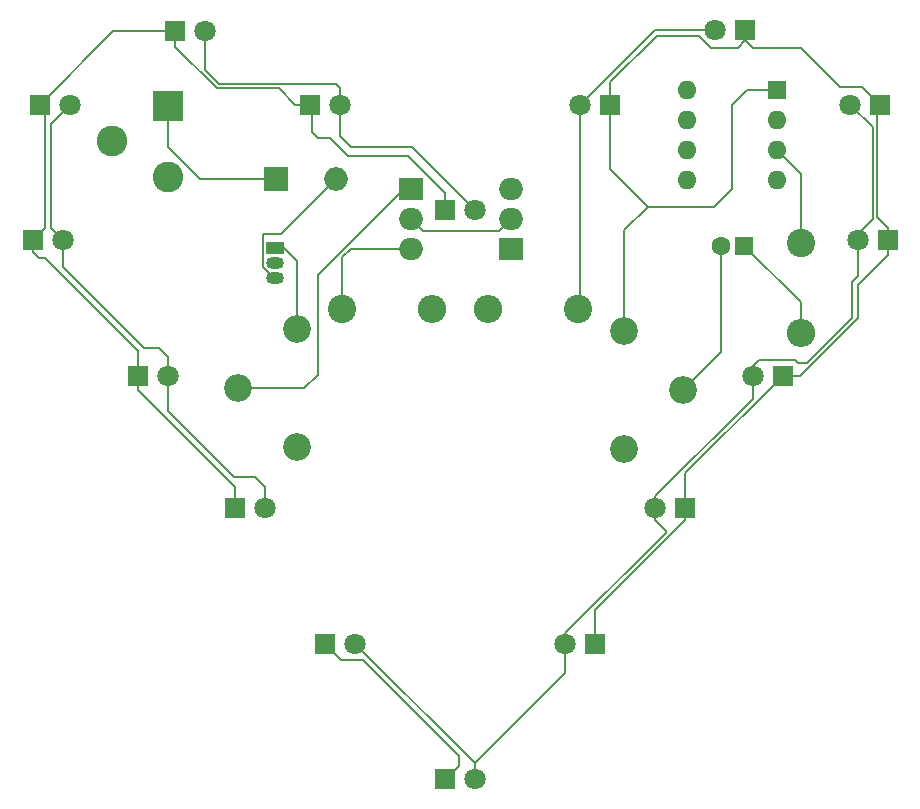
<source format=gbr>
%TF.GenerationSoftware,KiCad,Pcbnew,7.0.10*%
%TF.CreationDate,2024-08-15T14:01:47-03:00*%
%TF.ProjectId,CORAZON LEDS CON FADE,434f5241-5a4f-44e2-904c-45445320434f,rev?*%
%TF.SameCoordinates,Original*%
%TF.FileFunction,Copper,L1,Top*%
%TF.FilePolarity,Positive*%
%FSLAX46Y46*%
G04 Gerber Fmt 4.6, Leading zero omitted, Abs format (unit mm)*
G04 Created by KiCad (PCBNEW 7.0.10) date 2024-08-15 14:01:47*
%MOMM*%
%LPD*%
G01*
G04 APERTURE LIST*
%TA.AperFunction,ComponentPad*%
%ADD10C,1.800000*%
%TD*%
%TA.AperFunction,ComponentPad*%
%ADD11R,1.800000X1.800000*%
%TD*%
%TA.AperFunction,ComponentPad*%
%ADD12O,1.500000X1.050000*%
%TD*%
%TA.AperFunction,ComponentPad*%
%ADD13R,1.500000X1.050000*%
%TD*%
%TA.AperFunction,ComponentPad*%
%ADD14O,2.000000X1.905000*%
%TD*%
%TA.AperFunction,ComponentPad*%
%ADD15R,2.000000X1.905000*%
%TD*%
%TA.AperFunction,ComponentPad*%
%ADD16O,2.400000X2.400000*%
%TD*%
%TA.AperFunction,ComponentPad*%
%ADD17C,2.400000*%
%TD*%
%TA.AperFunction,ComponentPad*%
%ADD18C,2.600000*%
%TD*%
%TA.AperFunction,ComponentPad*%
%ADD19R,2.600000X2.600000*%
%TD*%
%TA.AperFunction,ComponentPad*%
%ADD20C,1.600000*%
%TD*%
%TA.AperFunction,ComponentPad*%
%ADD21R,1.600000X1.600000*%
%TD*%
%TA.AperFunction,ComponentPad*%
%ADD22C,2.340000*%
%TD*%
%TA.AperFunction,ComponentPad*%
%ADD23O,2.000000X2.000000*%
%TD*%
%TA.AperFunction,ComponentPad*%
%ADD24R,2.000000X2.000000*%
%TD*%
%TA.AperFunction,ComponentPad*%
%ADD25O,1.600000X1.600000*%
%TD*%
%TA.AperFunction,Conductor*%
%ADD26C,0.200000*%
%TD*%
G04 APERTURE END LIST*
D10*
%TO.P,D12,2,A*%
%TO.N,Net-(D1-A)*%
X127630000Y-84940000D03*
D11*
%TO.P,D12,1,K*%
%TO.N,unconnected-(U2-GND-Pad2)*%
X125090000Y-84940000D03*
%TD*%
D10*
%TO.P,D9,2,A*%
%TO.N,Net-(D16-A)*%
X160660000Y-84940000D03*
D11*
%TO.P,D9,1,K*%
%TO.N,unconnected-(U2-GND-Pad2)*%
X163200000Y-84940000D03*
%TD*%
D10*
%TO.P,D6,2,A*%
%TO.N,Net-(D16-A)*%
X135250000Y-96420000D03*
D11*
%TO.P,D6,1,K*%
%TO.N,unconnected-(U2-GND-Pad2)*%
X132710000Y-96420000D03*
%TD*%
D10*
%TO.P,D1,2,A*%
%TO.N,Net-(D1-A)*%
X145410000Y-59690000D03*
D11*
%TO.P,D1,1,K*%
%TO.N,unconnected-(U2-GND-Pad2)*%
X142870000Y-59690000D03*
%TD*%
D10*
%TO.P,D5,2,A*%
%TO.N,Net-(D1-A)*%
X110480000Y-62280000D03*
D11*
%TO.P,D5,1,K*%
%TO.N,unconnected-(U2-GND-Pad2)*%
X107940000Y-62280000D03*
%TD*%
D10*
%TO.P,D16,2,A*%
%TO.N,Net-(D16-A)*%
X154310000Y-50800000D03*
D11*
%TO.P,D16,1,K*%
%TO.N,unconnected-(U2-GND-Pad2)*%
X156850000Y-50800000D03*
%TD*%
D10*
%TO.P,D3,2,A*%
%TO.N,Net-(D1-A)*%
X122550000Y-44600000D03*
D11*
%TO.P,D3,1,K*%
%TO.N,unconnected-(U2-GND-Pad2)*%
X120010000Y-44600000D03*
%TD*%
D10*
%TO.P,D7,2,A*%
%TO.N,Net-(D16-A)*%
X145410000Y-107900000D03*
D11*
%TO.P,D7,1,K*%
%TO.N,unconnected-(U2-GND-Pad2)*%
X142870000Y-107900000D03*
%TD*%
D10*
%TO.P,D15,2,A*%
%TO.N,Net-(D16-A)*%
X165740000Y-44490000D03*
D11*
%TO.P,D15,1,K*%
%TO.N,unconnected-(U2-GND-Pad2)*%
X168280000Y-44490000D03*
%TD*%
D10*
%TO.P,D2,2,A*%
%TO.N,Net-(D1-A)*%
X133980000Y-50800000D03*
D11*
%TO.P,D2,1,K*%
%TO.N,unconnected-(U2-GND-Pad2)*%
X131440000Y-50800000D03*
%TD*%
D10*
%TO.P,D13,2,A*%
%TO.N,Net-(D16-A)*%
X177810000Y-62280000D03*
D11*
%TO.P,D13,1,K*%
%TO.N,unconnected-(U2-GND-Pad2)*%
X180350000Y-62280000D03*
%TD*%
D10*
%TO.P,D11,2,A*%
%TO.N,Net-(D1-A)*%
X119375000Y-73760000D03*
D11*
%TO.P,D11,1,K*%
%TO.N,unconnected-(U2-GND-Pad2)*%
X116835000Y-73760000D03*
%TD*%
D10*
%TO.P,D8,2,A*%
%TO.N,Net-(D16-A)*%
X153040000Y-96420000D03*
D11*
%TO.P,D8,1,K*%
%TO.N,unconnected-(U2-GND-Pad2)*%
X155580000Y-96420000D03*
%TD*%
D10*
%TO.P,D10,2,A*%
%TO.N,Net-(D16-A)*%
X168915000Y-73760000D03*
D11*
%TO.P,D10,1,K*%
%TO.N,unconnected-(U2-GND-Pad2)*%
X171455000Y-73760000D03*
%TD*%
D10*
%TO.P,D14,2,A*%
%TO.N,Net-(D16-A)*%
X177170000Y-50800000D03*
D11*
%TO.P,D14,1,K*%
%TO.N,unconnected-(U2-GND-Pad2)*%
X179710000Y-50800000D03*
%TD*%
D10*
%TO.P,D4,2,A*%
%TO.N,Net-(D1-A)*%
X111120000Y-50800000D03*
D11*
%TO.P,D4,1,K*%
%TO.N,unconnected-(U2-GND-Pad2)*%
X108580000Y-50800000D03*
%TD*%
D12*
%TO.P,U2,3,VI*%
%TO.N,Net-(U2-VI)*%
X128494000Y-65502000D03*
%TO.P,U2,2,GND*%
%TO.N,unconnected-(U2-GND-Pad2)*%
X128494000Y-64232000D03*
D13*
%TO.P,U2,1,VO*%
%TO.N,Net-(U2-VO)*%
X128494000Y-62962000D03*
%TD*%
D14*
%TO.P,Q1,3,S*%
%TO.N,unconnected-(Q1-S-Pad3)*%
X139954000Y-62992000D03*
%TO.P,Q1,2,G*%
%TO.N,unconnected-(Q1-G-Pad2)*%
X139954000Y-60452000D03*
D15*
%TO.P,Q1,1,D*%
%TO.N,unconnected-(RV2-Pad2)*%
X139954000Y-57912000D03*
%TD*%
D16*
%TO.P,R2,2*%
%TO.N,Net-(D1-A)*%
X141778000Y-68072000D03*
D17*
%TO.P,R2,1*%
%TO.N,unconnected-(Q1-S-Pad3)*%
X134158000Y-68072000D03*
%TD*%
D18*
%TO.P,J1,3*%
%TO.N,N/C*%
X114680000Y-53896000D03*
%TO.P,J1,2*%
%TO.N,unconnected-(U2-GND-Pad2)*%
X119380000Y-56896000D03*
D19*
%TO.P,J1,1*%
%TO.N,NET-(J1-VI)*%
X119380000Y-50896000D03*
%TD*%
D20*
%TO.P,C1,2*%
%TO.N,unconnected-(C1-Pad2)*%
X166189113Y-62738000D03*
D21*
%TO.P,C1,1*%
%TO.N,unconnected-(Q1-G-Pad2)*%
X168189113Y-62738000D03*
%TD*%
D22*
%TO.P,RV2,3,3*%
%TO.N,unconnected-(RV2-Pad3)*%
X130304000Y-79752000D03*
%TO.P,RV2,2,2*%
%TO.N,unconnected-(RV2-Pad2)*%
X125304000Y-74752000D03*
%TO.P,RV2,1,1*%
%TO.N,Net-(U2-VO)*%
X130304000Y-69752000D03*
%TD*%
D16*
%TO.P,R3,2*%
%TO.N,unconnected-(Q1-G-Pad2)*%
X172974000Y-70104000D03*
D17*
%TO.P,R3,1*%
%TO.N,unconnected-(U1-Q-Pad3)*%
X172974000Y-62484000D03*
%TD*%
D14*
%TO.P,Q2,3,S*%
%TO.N,unconnected-(Q2-S-Pad3)*%
X148407000Y-57912000D03*
%TO.P,Q2,2,G*%
%TO.N,unconnected-(Q1-G-Pad2)*%
X148407000Y-60452000D03*
D15*
%TO.P,Q2,1,D*%
%TO.N,unconnected-(RV2-Pad2)*%
X148407000Y-62992000D03*
%TD*%
D23*
%TO.P,SW1,2,B*%
%TO.N,Net-(U2-VI)*%
X133614000Y-57112000D03*
D24*
%TO.P,SW1,1,A*%
%TO.N,NET-(J1-VI)*%
X128534000Y-57112000D03*
%TD*%
D22*
%TO.P,RV1,3,3*%
%TO.N,unconnected-(U2-GND-Pad2)*%
X158028000Y-69930000D03*
%TO.P,RV1,2,2*%
%TO.N,unconnected-(C1-Pad2)*%
X163028000Y-74930000D03*
%TO.P,RV1,1,1*%
%TO.N,unconnected-(RV1-Pad1)*%
X158028000Y-79930000D03*
%TD*%
D16*
%TO.P,R1,2*%
%TO.N,unconnected-(Q2-S-Pad3)*%
X146512000Y-68072000D03*
D17*
%TO.P,R1,1*%
%TO.N,Net-(D16-A)*%
X154132000Y-68072000D03*
%TD*%
D25*
%TO.P,U1,8,VCC*%
%TO.N,Net-(U2-VO)*%
X163312000Y-49540000D03*
%TO.P,U1,7,DIS*%
%TO.N,unconnected-(U1-DIS-Pad7)*%
X163312000Y-52080000D03*
%TO.P,U1,6,THR*%
%TO.N,unconnected-(Q1-G-Pad2)*%
X163312000Y-54620000D03*
%TO.P,U1,5,CV*%
%TO.N,unconnected-(U1-CV-Pad5)*%
X163312000Y-57160000D03*
%TO.P,U1,4,R*%
%TO.N,Net-(U2-VO)*%
X170932000Y-57160000D03*
%TO.P,U1,3,Q*%
%TO.N,unconnected-(U1-Q-Pad3)*%
X170932000Y-54620000D03*
%TO.P,U1,2,TR*%
%TO.N,unconnected-(Q1-G-Pad2)*%
X170932000Y-52080000D03*
D21*
%TO.P,U1,1,GND*%
%TO.N,unconnected-(U2-GND-Pad2)*%
X170932000Y-49540000D03*
%TD*%
D26*
%TO.N,Net-(D1-A)*%
X127630000Y-83180000D02*
X127630000Y-84940000D01*
X124968000Y-82296000D02*
X126746000Y-82296000D01*
X110480000Y-62280000D02*
X109474000Y-61274000D01*
X145410000Y-59690000D02*
X140076000Y-54356000D01*
X133980000Y-49398000D02*
X133604000Y-49022000D01*
X126746000Y-82296000D02*
X127630000Y-83180000D01*
X110480000Y-62280000D02*
X110480000Y-64506000D01*
X133980000Y-50800000D02*
X133980000Y-49398000D01*
X110480000Y-64506000D02*
X117348000Y-71374000D01*
X122550000Y-47874000D02*
X122550000Y-44600000D01*
X119375000Y-72131000D02*
X119375000Y-73760000D01*
X109474000Y-52446000D02*
X111120000Y-50800000D01*
X118618000Y-71374000D02*
X119375000Y-72131000D01*
X133604000Y-49022000D02*
X123698000Y-49022000D01*
X123698000Y-49022000D02*
X122550000Y-47874000D01*
X133980000Y-53462000D02*
X133980000Y-50800000D01*
X134874000Y-54356000D02*
X133980000Y-53462000D01*
X109474000Y-61274000D02*
X109474000Y-52446000D01*
X119375000Y-76703000D02*
X124968000Y-82296000D01*
X119375000Y-73760000D02*
X119375000Y-76703000D01*
X117348000Y-71374000D02*
X118618000Y-71374000D01*
X140076000Y-54356000D02*
X134874000Y-54356000D01*
%TO.N,Net-(U2-VI)*%
X127444000Y-61786000D02*
X128940000Y-61786000D01*
X128372274Y-65502000D02*
X128494000Y-65502000D01*
X127444000Y-61786000D02*
X127444000Y-64573726D01*
X128940000Y-61786000D02*
X133614000Y-57112000D01*
X127444000Y-64573726D02*
X128372274Y-65502000D01*
%TO.N,Net-(D16-A)*%
X173482000Y-72644000D02*
X177292000Y-68834000D01*
X179070000Y-52700000D02*
X177170000Y-50800000D01*
X172466000Y-72390000D02*
X172720000Y-72644000D01*
X168915000Y-72893000D02*
X169418000Y-72390000D01*
X161544000Y-87064314D02*
X161544000Y-86868000D01*
X160660000Y-84940000D02*
X160660000Y-83942000D01*
X160620000Y-44490000D02*
X165740000Y-44490000D01*
X161544000Y-86868000D02*
X160660000Y-85984000D01*
X168915000Y-75687000D02*
X168915000Y-73760000D01*
X172720000Y-72644000D02*
X173482000Y-72644000D01*
X177292000Y-68834000D02*
X177292000Y-65786000D01*
X160660000Y-83942000D02*
X168915000Y-75687000D01*
X169418000Y-72390000D02*
X172466000Y-72390000D01*
X177810000Y-61712000D02*
X179070000Y-60452000D01*
X160660000Y-85984000D02*
X160660000Y-84940000D01*
X153040000Y-96420000D02*
X153040000Y-95568314D01*
X154132000Y-68072000D02*
X154178000Y-68072000D01*
X168915000Y-73760000D02*
X168915000Y-72893000D01*
X153040000Y-96420000D02*
X153262000Y-96420000D01*
X177800000Y-65278000D02*
X177800000Y-65024000D01*
X179070000Y-60452000D02*
X179070000Y-52700000D01*
X177292000Y-65786000D02*
X177800000Y-65278000D01*
X177800000Y-65024000D02*
X177810000Y-65014000D01*
X153040000Y-98928000D02*
X153040000Y-96420000D01*
X177810000Y-65014000D02*
X177810000Y-62280000D01*
X154178000Y-68072000D02*
X154310000Y-67940000D01*
X145410000Y-106558000D02*
X145410000Y-107900000D01*
X154310000Y-50800000D02*
X160620000Y-44490000D01*
X177810000Y-62280000D02*
X177810000Y-61712000D01*
X153040000Y-95568314D02*
X161544000Y-87064314D01*
X154310000Y-67940000D02*
X154310000Y-50800000D01*
X145410000Y-106558000D02*
X153040000Y-98928000D01*
X135250000Y-96420000D02*
X145388000Y-106558000D01*
X145388000Y-106558000D02*
X145410000Y-106558000D01*
%TO.N,unconnected-(C1-Pad2)*%
X163028000Y-74930000D02*
X163068000Y-74930000D01*
X166189113Y-62738000D02*
X166189113Y-71768887D01*
X163068000Y-74930000D02*
X163576000Y-74422000D01*
X166189113Y-71768887D02*
X163028000Y-74930000D01*
%TO.N,unconnected-(Q1-G-Pad2)*%
X140970000Y-61468000D02*
X147391000Y-61468000D01*
X139954000Y-60452000D02*
X140970000Y-61468000D01*
X172974000Y-70104000D02*
X172974000Y-67522887D01*
X147391000Y-61468000D02*
X148407000Y-60452000D01*
X172974000Y-67522887D02*
X168189113Y-62738000D01*
%TO.N,unconnected-(Q1-S-Pad3)*%
X139954000Y-62992000D02*
X134874000Y-62992000D01*
X134158000Y-63708000D02*
X134158000Y-68072000D01*
X134874000Y-62992000D02*
X134158000Y-63708000D01*
%TO.N,unconnected-(RV2-Pad2)*%
X130920000Y-74820000D02*
X132080000Y-73660000D01*
X132080000Y-73660000D02*
X132080000Y-65220314D01*
X132080000Y-65220314D02*
X139388314Y-57912000D01*
X139388314Y-57912000D02*
X139954000Y-57912000D01*
X125302000Y-74820000D02*
X130920000Y-74820000D01*
%TO.N,unconnected-(U1-Q-Pad3)*%
X172974000Y-56662000D02*
X172974000Y-62484000D01*
X170932000Y-54620000D02*
X172974000Y-56662000D01*
%TO.N,unconnected-(U2-GND-Pad2)*%
X128778000Y-49422000D02*
X130156000Y-50800000D01*
X144018000Y-105918000D02*
X144018000Y-106752000D01*
X179470000Y-51040000D02*
X179710000Y-50800000D01*
X108580000Y-50800000D02*
X114780000Y-44600000D01*
X133096000Y-53594000D02*
X132080000Y-53594000D01*
X116835000Y-71623000D02*
X108966000Y-63754000D01*
X158028000Y-61428000D02*
X160020000Y-59436000D01*
X155580000Y-96420000D02*
X155580000Y-93594000D01*
X167640000Y-45974000D02*
X168280000Y-45334000D01*
X169174000Y-49540000D02*
X170932000Y-49540000D01*
X144018000Y-106752000D02*
X142870000Y-107900000D01*
X160782000Y-44958000D02*
X164338000Y-44958000D01*
X176276000Y-49276000D02*
X172974000Y-45974000D01*
X156850000Y-48890000D02*
X160782000Y-44958000D01*
X179710000Y-50800000D02*
X178186000Y-49276000D01*
X171455000Y-73760000D02*
X172931686Y-73760000D01*
X155580000Y-93594000D02*
X163200000Y-85974000D01*
X172931686Y-73760000D02*
X177800000Y-68891686D01*
X163200000Y-85974000D02*
X163200000Y-84940000D01*
X134080000Y-97790000D02*
X135890000Y-97790000D01*
X142870000Y-59690000D02*
X142870000Y-58275500D01*
X168280000Y-45344000D02*
X168280000Y-44490000D01*
X116835000Y-74925000D02*
X116835000Y-73760000D01*
X164338000Y-44958000D02*
X165354000Y-45974000D01*
X107940000Y-63236000D02*
X107940000Y-62280000D01*
X120010000Y-44600000D02*
X120010000Y-45899686D01*
X168280000Y-45334000D02*
X168280000Y-44490000D01*
X167132000Y-57912000D02*
X167132000Y-50800000D01*
X165608000Y-59436000D02*
X167132000Y-57912000D01*
X123532314Y-49422000D02*
X128778000Y-49422000D01*
X131572000Y-53086000D02*
X131572000Y-51233685D01*
X130156000Y-50800000D02*
X131440000Y-50800000D01*
X108966000Y-61254000D02*
X108966000Y-51186000D01*
X107940000Y-62280000D02*
X108966000Y-61254000D01*
X125090000Y-84940000D02*
X125090000Y-83180000D01*
X142870000Y-58275500D02*
X139712500Y-55118000D01*
X125090000Y-83180000D02*
X116835000Y-74925000D01*
X120010000Y-45899686D02*
X123532314Y-49422000D01*
X169164000Y-49530000D02*
X169174000Y-49540000D01*
X156850000Y-56266000D02*
X160020000Y-59436000D01*
X180350000Y-61224000D02*
X179470000Y-60344000D01*
X168402000Y-49530000D02*
X169164000Y-49530000D01*
X132710000Y-96420000D02*
X134080000Y-97790000D01*
X177800000Y-68891686D02*
X177800000Y-66040000D01*
X180350000Y-63490000D02*
X180350000Y-62280000D01*
X134620000Y-55118000D02*
X133096000Y-53594000D01*
X156850000Y-50800000D02*
X156850000Y-48890000D01*
X139712500Y-55118000D02*
X134620000Y-55118000D01*
X177800000Y-66040000D02*
X180350000Y-63490000D01*
X168910000Y-45974000D02*
X168280000Y-45344000D01*
X178186000Y-49276000D02*
X176276000Y-49276000D01*
X172974000Y-45974000D02*
X168910000Y-45974000D01*
X131572000Y-51233685D02*
X131722843Y-51082842D01*
X158028000Y-69930000D02*
X158028000Y-61428000D01*
X167132000Y-50800000D02*
X168402000Y-49530000D01*
X163200000Y-82015000D02*
X171455000Y-73760000D01*
X108458000Y-63754000D02*
X107940000Y-63236000D01*
X132080000Y-53594000D02*
X131572000Y-53086000D01*
X135890000Y-97790000D02*
X144018000Y-105918000D01*
X179470000Y-60344000D02*
X179470000Y-51040000D01*
X180350000Y-62280000D02*
X180350000Y-61224000D01*
X163200000Y-84940000D02*
X163200000Y-82015000D01*
X156850000Y-50800000D02*
X156850000Y-56266000D01*
X114780000Y-44600000D02*
X120010000Y-44600000D01*
X116835000Y-73760000D02*
X116835000Y-71623000D01*
X165354000Y-45974000D02*
X167640000Y-45974000D01*
X160020000Y-59436000D02*
X165608000Y-59436000D01*
X108966000Y-63754000D02*
X108458000Y-63754000D01*
X108966000Y-51186000D02*
X108580000Y-50800000D01*
%TO.N,Net-(U2-VO)*%
X130302000Y-64008000D02*
X129256000Y-62962000D01*
X129256000Y-62962000D02*
X128494000Y-62962000D01*
X130302000Y-69820000D02*
X130302000Y-64008000D01*
%TO.N,NET-(J1-VI)*%
X119380000Y-54356000D02*
X122136000Y-57112000D01*
X119380000Y-50896000D02*
X119380000Y-54356000D01*
X122136000Y-57112000D02*
X128534000Y-57112000D01*
%TD*%
M02*

</source>
